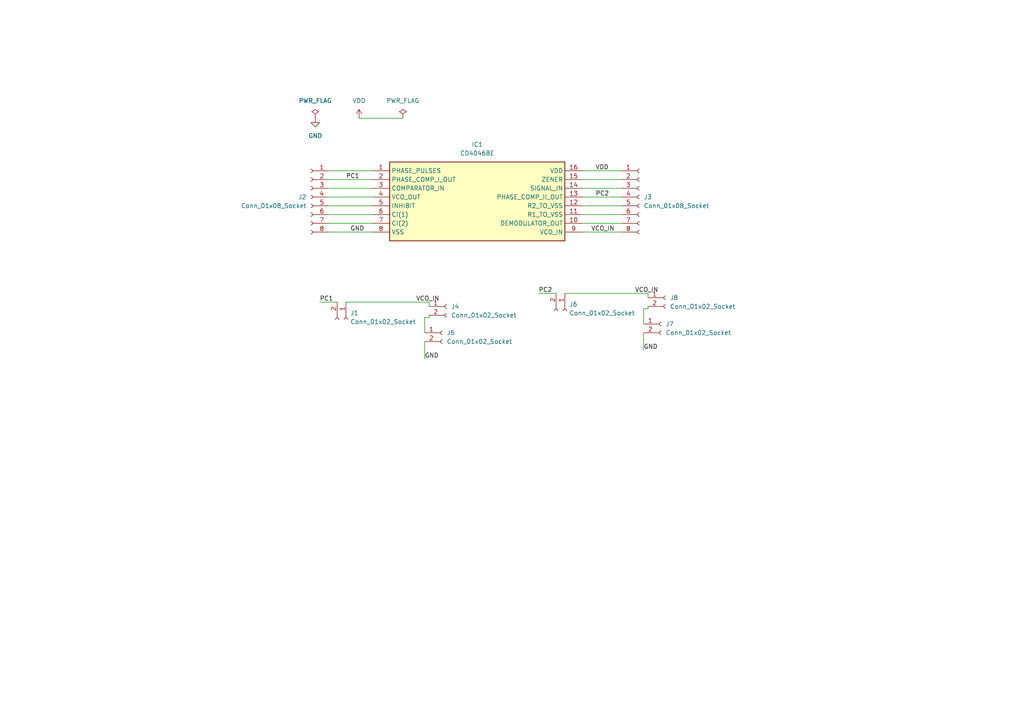
<source format=kicad_sch>
(kicad_sch (version 20250114) (generator "eeschema") (generator_version "9.0")
  (paper "A4")
  (lib_symbols
    (symbol "CD4046BE:CD4046BE"
      (property "Reference" "IC" (at 57.15 7.62 0))
      (property "Value" "CD4046BE" (at 57.15 5.08 0))
      (symbol "CD4046BE_1_1"
        (rectangle (start 5.08 2.54) (end 55.88 -20.32) (stroke (width 0.254)) (fill (type background)))
        (pin passive line (at 0 0 0) (length 5.08) (name "PHASE_PULSES") (number "1"))
        (pin passive line (at 0 -2.54 0) (length 5.08) (name "PHASE_COMP_I_OUT") (number "2"))
        (pin passive line (at 0 -5.08 0) (length 5.08) (name "COMPARATOR_IN") (number "3"))
        (pin passive line (at 0 -7.62 0) (length 5.08) (name "VCO_OUT") (number "4"))
        (pin passive line (at 0 -10.16 0) (length 5.08) (name "INHIBIT") (number "5"))
        (pin passive line (at 0 -12.7 0) (length 5.08) (name "CI(1)") (number "6"))
        (pin passive line (at 0 -15.24 0) (length 5.08) (name "CI(2)") (number "7"))
        (pin passive line (at 0 -17.78 0) (length 5.08) (name "VSS") (number "8"))
        (pin passive line (at 60.96 0 180) (length 5.08) (name "VDD") (number "16"))
        (pin passive line (at 60.96 -2.54 180) (length 5.08) (name "ZENER") (number "15"))
        (pin passive line (at 60.96 -5.08 180) (length 5.08) (name "SIGNAL_IN") (number "14"))
        (pin passive line (at 60.96 -7.62 180) (length 5.08) (name "PHASE_COMP_II_OUT") (number "13"))
        (pin passive line (at 60.96 -10.16 180) (length 5.08) (name "R2_TO_VSS") (number "12"))
        (pin passive line (at 60.96 -12.7 180) (length 5.08) (name "R1_TO_VSS") (number "11"))
        (pin passive line (at 60.96 -15.24 180) (length 5.08) (name "DEMODULATOR_OUT") (number "10"))
        (pin passive line (at 60.96 -17.78 180) (length 5.08) (name "VCO_IN") (number "9"))
      )
    )
    (symbol "Connector:Conn_01x02_Socket" (pin_names (offset 1.016) (hide yes))
      (property "Reference" "J" (at 0 2.54 0))
      (property "Value" "Conn_01x02_Socket" (at 0 -5.08 0))
      (symbol "Conn_01x02_Socket_1_1"
        (polyline (pts (xy -1.27 0) (xy -0.508 0)) (stroke (width 0.1524)))
        (polyline (pts (xy -1.27 -2.54) (xy -0.508 -2.54)) (stroke (width 0.1524)))
        (arc (start 0 -0.508) (mid -0.5058 0) (end 0 0.508) (stroke (width 0.1524)))
        (arc (start 0 -3.048) (mid -0.5058 -2.54) (end 0 -2.032) (stroke (width 0.1524)))
        (pin passive line (at -5.08 0 0) (length 3.81) (name "Pin_1") (number "1"))
        (pin passive line (at -5.08 -2.54 0) (length 3.81) (name "Pin_2") (number "2"))
      )
    )
    (symbol "Connector:Conn_01x08_Socket" (pin_names (offset 1.016) (hide yes))
      (property "Reference" "J" (at 0 10.16 0))
      (property "Value" "Conn_01x08_Socket" (at 0 -12.7 0))
      (symbol "Conn_01x08_Socket_1_1"
        (polyline (pts (xy -1.27 7.62) (xy -0.508 7.62)) (stroke (width 0.1524)))
        (polyline (pts (xy -1.27 5.08) (xy -0.508 5.08)) (stroke (width 0.1524)))
        (polyline (pts (xy -1.27 2.54) (xy -0.508 2.54)) (stroke (width 0.1524)))
        (polyline (pts (xy -1.27 0) (xy -0.508 0)) (stroke (width 0.1524)))
        (polyline (pts (xy -1.27 -2.54) (xy -0.508 -2.54)) (stroke (width 0.1524)))
        (polyline (pts (xy -1.27 -5.08) (xy -0.508 -5.08)) (stroke (width 0.1524)))
        (polyline (pts (xy -1.27 -7.62) (xy -0.508 -7.62)) (stroke (width 0.1524)))
        (polyline (pts (xy -1.27 -10.16) (xy -0.508 -10.16)) (stroke (width 0.1524)))
        (arc (start 0 7.112) (mid -0.5058 7.62) (end 0 8.128) (stroke (width 0.1524)))
        (arc (start 0 4.572) (mid -0.5058 5.08) (end 0 5.588) (stroke (width 0.1524)))
        (arc (start 0 2.032) (mid -0.5058 2.54) (end 0 3.048) (stroke (width 0.1524)))
        (arc (start 0 -0.508) (mid -0.5058 0) (end 0 0.508) (stroke (width 0.1524)))
        (arc (start 0 -3.048) (mid -0.5058 -2.54) (end 0 -2.032) (stroke (width 0.1524)))
        (arc (start 0 -5.588) (mid -0.5058 -5.08) (end 0 -4.572) (stroke (width 0.1524)))
        (arc (start 0 -8.128) (mid -0.5058 -7.62) (end 0 -7.112) (stroke (width 0.1524)))
        (arc (start 0 -10.668) (mid -0.5058 -10.16) (end 0 -9.652) (stroke (width 0.1524)))
        (pin passive line (at -5.08 7.62 0) (length 3.81) (name "Pin_1") (number "1"))
        (pin passive line (at -5.08 5.08 0) (length 3.81) (name "Pin_2") (number "2"))
        (pin passive line (at -5.08 2.54 0) (length 3.81) (name "Pin_3") (number "3"))
        (pin passive line (at -5.08 0 0) (length 3.81) (name "Pin_4") (number "4"))
        (pin passive line (at -5.08 -2.54 0) (length 3.81) (name "Pin_5") (number "5"))
        (pin passive line (at -5.08 -5.08 0) (length 3.81) (name "Pin_6") (number "6"))
        (pin passive line (at -5.08 -7.62 0) (length 3.81) (name "Pin_7") (number "7"))
        (pin passive line (at -5.08 -10.16 0) (length 3.81) (name "Pin_8") (number "8"))
      )
    )
    (symbol "power:GND" (power) (pin_numbers (hide yes)) (pin_names (offset 0) (hide yes))
      (property "Value" "GND" (at 0 -3.81 0))
      (symbol "GND_0_1"
        (polyline (pts (xy 0 0) (xy 0 -1.27) (xy 1.27 -1.27) (xy 0 -2.54) (xy -1.27 -1.27) (xy 0 -1.27)))
      )
      (symbol "GND_1_1"
        (pin power_in line (at 0 0 270) (length 0) (name "~") (number "1"))
      )
    )
    (symbol "power:PWR_FLAG" (power) (pin_numbers (hide yes)) (pin_names (offset 0) (hide yes))
      (property "Value" "PWR_FLAG" (at 0 3.81 0))
      (symbol "PWR_FLAG_0_0"
        (pin power_out line (at 0 0 90) (length 0) (name "~") (number "1"))
      )
      (symbol "PWR_FLAG_0_1"
        (polyline (pts (xy 0 0) (xy 0 1.27) (xy -1.016 1.905) (xy 0 2.54) (xy 1.016 1.905) (xy 0 1.27)))
      )
    )
    (symbol "power:VDD" (power) (pin_numbers (hide yes)) (pin_names (offset 0) (hide yes))
      (property "Value" "VDD" (at 0 3.556 0))
      (symbol "VDD_0_1"
        (polyline (pts (xy -0.762 1.27) (xy 0 2.54)))
        (polyline (pts (xy 0 2.54) (xy 0.762 1.27)))
        (polyline (pts (xy 0 0) (xy 0 2.54)))
      )
      (symbol "VDD_1_1"
        (pin power_in line (at 0 0 90) (length 0) (name "~") (number "1"))
      )
    )
  )
  (wire (pts (xy 187.96 89.535) (xy 187.96 88.9)))
  (wire (pts (xy 168.91 54.61) (xy 180.34 54.61)))
  (wire (pts (xy 95.25 67.31) (xy 107.95 67.31)))
  (wire (pts (xy 123.19 96.52) (xy 123.19 92.075)))
  (wire (pts (xy 95.25 57.15) (xy 107.95 57.15)))
  (wire (pts (xy 124.46 92.075) (xy 124.46 91.44)))
  (wire (pts (xy 186.69 96.52) (xy 186.69 101.6)))
  (wire (pts (xy 95.25 52.07) (xy 107.95 52.07)))
  (wire (pts (xy 104.14 34.29) (xy 116.84 34.29)))
  (wire (pts (xy 187.96 85.09) (xy 187.96 86.36)))
  (wire (pts (xy 95.25 49.53) (xy 107.95 49.53)))
  (wire (pts (xy 168.91 57.15) (xy 180.34 57.15)))
  (wire (pts (xy 95.25 62.23) (xy 107.95 62.23)))
  (wire (pts (xy 168.91 64.77) (xy 180.34 64.77)))
  (wire (pts (xy 168.91 59.69) (xy 180.34 59.69)))
  (wire (pts (xy 95.25 54.61) (xy 107.95 54.61)))
  (wire (pts (xy 156.21 85.09) (xy 161.29 85.09)))
  (wire (pts (xy 95.25 59.69) (xy 107.95 59.69)))
  (wire (pts (xy 123.19 99.06) (xy 123.19 104.14)))
  (wire (pts (xy 92.71 87.63) (xy 97.79 87.63)))
  (wire (pts (xy 168.91 49.53) (xy 180.34 49.53)))
  (wire (pts (xy 163.83 85.09) (xy 187.96 85.09)))
  (wire (pts (xy 123.19 92.075) (xy 124.46 92.075)))
  (wire (pts (xy 124.46 87.63) (xy 124.46 88.9)))
  (wire (pts (xy 186.69 89.535) (xy 187.96 89.535)))
  (wire (pts (xy 100.33 87.63) (xy 124.46 87.63)))
  (wire (pts (xy 168.91 52.07) (xy 180.34 52.07)))
  (wire (pts (xy 168.91 67.31) (xy 180.34 67.31)))
  (wire (pts (xy 168.91 62.23) (xy 180.34 62.23)))
  (wire (pts (xy 95.25 64.77) (xy 107.95 64.77)))
  (wire (pts (xy 186.69 93.98) (xy 186.69 89.535)))
  (label "VCO_IN" (at 184.15 85.09 0))
  (label "GND" (at 101.6 67.31 0))
  (label "GND" (at 186.69 101.6 0))
  (label "PC2" (at 156.21 85.09 0))
  (label "PC1" (at 100.33 52.07 0))
  (label "VDD" (at 172.72 49.53 0))
  (label "PC2" (at 172.72 57.15 0))
  (label "GND" (at 123.19 104.14 0))
  (label "VCO_IN" (at 171.45 67.31 0))
  (label "VCO_IN" (at 120.65 87.63 0))
  (label "PC1" (at 92.71 87.63 0))
  (symbol (lib_id "Connector:Conn_01x02_Socket") (at 191.77 93.98 0) (unit 1)
    (property "Reference" "J7" (at 193.04 93.9799 0) (effects (justify left)))
    (property "Value" "Conn_01x02_Socket" (at 193.04 96.5199 0) (effects (justify left)))
    (property "Footprint" "Connector_PinSocket_2.54mm:PinSocket_1x02_P2.54mm_Vertical" (effects (hide yes)))
    (property "Description" "Generic connector, single row, 01x02, script generated" (effects (hide yes)))
  )
  (symbol (lib_id "CD4046BE:CD4046BE") (at 107.95 49.53 0) (unit 1)
    (property "Reference" "IC1" (at 138.43 41.91 0))
    (property "Value" "CD4046BE" (at 138.43 44.45 0))
    (property "Footprint" "KiCad:DIP794W53P254L1930H508Q16N" (effects (hide yes)))
    (property "Datasheet" "http://www.ti.com/lit/gpn/cd4046b" (effects (hide yes)))
    (property "Description" "CMOS MICROPOWER PHASE LOCKED LOOP" (effects (hide yes)))
    (property "Height" "5.08" (effects (hide yes)))
    (property "Mouser Part Number" "595-CD4046BE" (effects (hide yes)))
    (property "Mouser Price/Stock" "https://www.mouser.co.uk/ProductDetail/Texas-Instruments/CD4046BE?qs=fvkeCqCHl3AX2sxIYB2bdg%3D%3D" (effects (hide yes)))
    (property "Manufacturer_Name" "Texas Instruments" (effects (hide yes)))
    (property "Manufacturer_Part_Number" "CD4046BE" (effects (hide yes)))
  )
  (symbol (lib_id "power:VDD") (at 104.14 34.29 0) (unit 1)
    (property "Reference" "#PWR02" (effects (hide yes)))
    (property "Value" "VDD" (at 104.14 29.21 0))
    (property "Description" "Power symbol creates a global label with name \"VDD\"" (effects (hide yes)))
  )
  (symbol (lib_id "Connector:Conn_01x08_Socket") (at 90.17 57.15 0) (mirror y) (unit 1)
    (property "Reference" "J2" (at 88.9 57.1499 0) (effects (justify left)))
    (property "Value" "Conn_01x08_Socket" (at 88.9 59.6899 0) (effects (justify left)))
    (property "Footprint" "Connector_PinSocket_2.54mm:PinSocket_1x08_P2.54mm_Vertical" (effects (hide yes)))
    (property "Description" "Generic connector, single row, 01x08, script generated" (effects (hide yes)))
  )
  (symbol (lib_id "Connector:Conn_01x02_Socket") (at 100.33 92.71 270) (unit 1)
    (property "Reference" "J1" (at 101.6 90.8049 90) (effects (justify left)))
    (property "Value" "Conn_01x02_Socket" (at 101.6 93.3449 90) (effects (justify left)))
    (property "Footprint" "Connector_PinSocket_2.54mm:PinSocket_1x02_P2.54mm_Vertical" (effects (hide yes)))
    (property "Description" "Generic connector, single row, 01x02, script generated" (effects (hide yes)))
  )
  (symbol (lib_id "power:GND") (at 91.44 34.29 0) (unit 1)
    (property "Reference" "#PWR01" (effects (hide yes)))
    (property "Value" "GND" (at 91.44 39.37 0))
    (property "Description" "Power symbol creates a global label with name \"GND\" , ground" (effects (hide yes)))
  )
  (symbol (lib_id "Connector:Conn_01x08_Socket") (at 185.42 57.15 0) (unit 1)
    (property "Reference" "J3" (at 186.69 57.1499 0) (effects (justify left)))
    (property "Value" "Conn_01x08_Socket" (at 186.69 59.6899 0) (effects (justify left)))
    (property "Footprint" "Connector_PinSocket_2.54mm:PinSocket_1x08_P2.54mm_Vertical" (effects (hide yes)))
    (property "Description" "Generic connector, single row, 01x08, script generated" (effects (hide yes)))
  )
  (symbol (lib_id "Connector:Conn_01x02_Socket") (at 193.04 86.36 0) (unit 1)
    (property "Reference" "J8" (at 194.31 86.3599 0) (effects (justify left)))
    (property "Value" "Conn_01x02_Socket" (at 194.31 88.8999 0) (effects (justify left)))
    (property "Footprint" "Connector_PinSocket_2.54mm:PinSocket_1x02_P2.54mm_Vertical" (effects (hide yes)))
    (property "Description" "Generic connector, single row, 01x02, script generated" (effects (hide yes)))
  )
  (symbol (lib_id "Connector:Conn_01x02_Socket") (at 128.27 96.52 0) (unit 1)
    (property "Reference" "J5" (at 129.54 96.5199 0) (effects (justify left)))
    (property "Value" "Conn_01x02_Socket" (at 129.54 99.0599 0) (effects (justify left)))
    (property "Footprint" "Connector_PinSocket_2.54mm:PinSocket_1x02_P2.54mm_Vertical" (effects (hide yes)))
    (property "Description" "Generic connector, single row, 01x02, script generated" (effects (hide yes)))
  )
  (symbol (lib_id "power:PWR_FLAG") (at 116.84 34.29 0) (unit 1)
    (property "Reference" "#FLG02" (effects (hide yes)))
    (property "Value" "PWR_FLAG" (at 116.84 29.21 0))
    (property "Description" "Special symbol for telling ERC where power comes from" (effects (hide yes)))
  )
  (symbol (lib_id "Connector:Conn_01x02_Socket") (at 163.83 90.17 270) (unit 1)
    (property "Reference" "J6" (at 165.1 88.2649 90) (effects (justify left)))
    (property "Value" "Conn_01x02_Socket" (at 165.1 90.8049 90) (effects (justify left)))
    (property "Footprint" "Connector_PinSocket_2.54mm:PinSocket_1x02_P2.54mm_Vertical" (effects (hide yes)))
    (property "Description" "Generic connector, single row, 01x02, script generated" (effects (hide yes)))
  )
  (symbol (lib_id "power:PWR_FLAG") (at 91.44 34.29 0) (unit 1)
    (property "Reference" "#FLG01" (effects (hide yes)))
    (property "Value" "PWR_FLAG" (at 91.44 29.21 0))
    (property "Description" "Special symbol for telling ERC where power comes from" (effects (hide yes)))
  )
  (symbol (lib_id "Connector:Conn_01x02_Socket") (at 129.54 88.9 0) (unit 1)
    (property "Reference" "J4" (at 130.81 88.8999 0) (effects (justify left)))
    (property "Value" "Conn_01x02_Socket" (at 130.81 91.4399 0) (effects (justify left)))
    (property "Footprint" "Connector_PinSocket_2.54mm:PinSocket_1x02_P2.54mm_Vertical" (effects (hide yes)))
    (property "Description" "Generic connector, single row, 01x02, script generated" (effects (hide yes)))
  )
)
</source>
